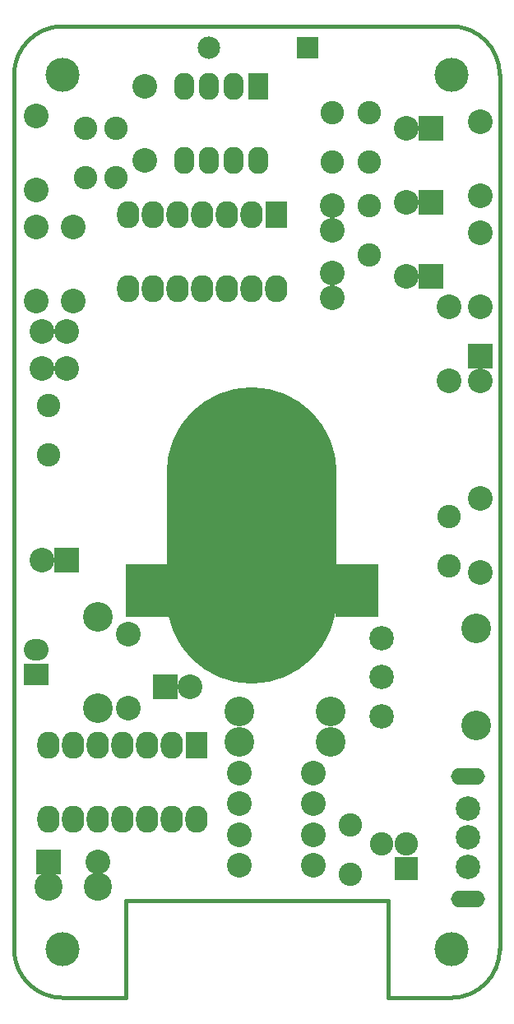
<source format=gbs>
G04 #@! TF.FileFunction,Soldermask,Bot*
%FSLAX46Y46*%
G04 Gerber Fmt 4.6, Leading zero omitted, Abs format (unit mm)*
G04 Created by KiCad (PCBNEW 4.0.2-stable) date 02/09/2016 12:40:18*
%MOMM*%
G01*
G04 APERTURE LIST*
%ADD10C,0.150000*%
%ADD11C,0.381000*%
%ADD12R,4.508000X5.508000*%
%ADD13O,17.508000X30.508000*%
%ADD14R,2.286000X2.794000*%
%ADD15O,2.286000X2.794000*%
%ADD16C,2.540000*%
%ADD17R,2.540000X2.540000*%
%ADD18C,2.908000*%
%ADD19C,2.508000*%
%ADD20O,3.508000X1.708000*%
%ADD21C,3.508000*%
%ADD22C,2.413000*%
%ADD23C,3.048000*%
%ADD24R,2.413000X2.413000*%
%ADD25R,2.082800X2.794000*%
%ADD26O,2.082800X2.794000*%
%ADD27R,2.308860X2.308860*%
%ADD28C,2.308860*%
%ADD29R,2.540000X2.235200*%
%ADD30O,2.540000X2.235200*%
G04 APERTURE END LIST*
D10*
D11*
X38750000Y250000D02*
X45250000Y250000D01*
X38750000Y10250000D02*
X38750000Y250000D01*
X11750000Y10250000D02*
X38750000Y10250000D01*
X11750000Y250000D02*
X11750000Y10250000D01*
X5250000Y250000D02*
X11750000Y250000D01*
X250000Y5250000D02*
G75*
G03X5250000Y250000I5000000J0D01*
G01*
X45250000Y250000D02*
G75*
G03X50250000Y5250000I0J5000000D01*
G01*
X50250000Y95250000D02*
G75*
G03X45250000Y100250000I-5000000J0D01*
G01*
X5250000Y100250000D02*
G75*
G03X250000Y95250000I0J-5000000D01*
G01*
X45250000Y100250000D02*
X5250000Y100250000D01*
X50250000Y5250000D02*
X50250000Y95250000D01*
X250000Y95250000D02*
X250000Y5250000D01*
D12*
X13920000Y42145000D03*
X35510000Y42145000D03*
D13*
X24715000Y47860000D03*
D14*
X19000000Y26270000D03*
D15*
X16460000Y26270000D03*
X13920000Y26270000D03*
X11380000Y26270000D03*
X8840000Y26270000D03*
X6300000Y26270000D03*
X3760000Y26270000D03*
X3760000Y18650000D03*
X6300000Y18650000D03*
X8840000Y18650000D03*
X11380000Y18650000D03*
X13920000Y18650000D03*
X16460000Y18650000D03*
X19000000Y18650000D03*
D16*
X18360000Y32300000D03*
D17*
X15820000Y32300000D03*
X3760000Y14205000D03*
D16*
X8840000Y14205000D03*
D18*
X3760000Y11665000D03*
X8840000Y11665000D03*
D19*
X46965400Y16737380D03*
X46940000Y19745000D03*
X46940000Y13745000D03*
D20*
X46940000Y23045000D03*
X46940000Y10445000D03*
D21*
X45250000Y95250000D03*
X5250000Y95250000D03*
X5250000Y5250000D03*
X45250000Y5250000D03*
D17*
X43130000Y82150000D03*
D16*
X40590000Y82150000D03*
D17*
X43130000Y74530000D03*
D16*
X40590000Y74530000D03*
D22*
X36775000Y91355000D03*
X36775000Y86275000D03*
X32965000Y86275000D03*
X32965000Y91355000D03*
D17*
X43130000Y89770000D03*
D16*
X40590000Y89770000D03*
D22*
X10745000Y84690000D03*
X10745000Y89770000D03*
X7570000Y89770000D03*
X7570000Y84690000D03*
X36775000Y76750000D03*
X36775000Y81830000D03*
D16*
X32965000Y81830000D03*
X32965000Y79290000D03*
D22*
X3760000Y56115000D03*
X3760000Y61195000D03*
X34875000Y12935000D03*
X34875000Y18015000D03*
D16*
X5665000Y65005000D03*
X3125000Y65005000D03*
X5665000Y68815000D03*
X3125000Y68815000D03*
D22*
X45035000Y49765000D03*
X45035000Y44685000D03*
D17*
X5665000Y45320000D03*
D16*
X3125000Y45320000D03*
X32965000Y74845000D03*
X32965000Y72305000D03*
D23*
X8840000Y30080000D03*
X8840000Y39478000D03*
X23440000Y29760000D03*
X32838000Y29760000D03*
X23440000Y26585000D03*
X32838000Y26585000D03*
D24*
X40590000Y13570000D03*
D22*
X40590000Y16110000D03*
X38050000Y16110000D03*
D16*
X48210000Y71355000D03*
X48210000Y78975000D03*
X48210000Y82785000D03*
X48210000Y90405000D03*
X13666000Y94088000D03*
X13666000Y86468000D03*
X2490000Y83420000D03*
X2490000Y91040000D03*
X6300000Y71990000D03*
X6300000Y79610000D03*
X12015000Y30080000D03*
X12015000Y37700000D03*
X31060000Y13885000D03*
X23440000Y13885000D03*
X2490000Y71990000D03*
X2490000Y79610000D03*
X31060000Y17060000D03*
X23440000Y17060000D03*
X48210000Y44050000D03*
X48210000Y51670000D03*
X45035000Y71355000D03*
X45035000Y63735000D03*
X23440000Y23410000D03*
X31060000Y23410000D03*
X23440000Y20235000D03*
X31060000Y20235000D03*
D25*
X25350000Y94088000D03*
D26*
X22810000Y94088000D03*
X20270000Y94088000D03*
X17730000Y94088000D03*
X17730000Y86468000D03*
X20270000Y86468000D03*
X22810000Y86468000D03*
X25350000Y86468000D03*
D17*
X48210000Y66275000D03*
D16*
X48210000Y63735000D03*
D23*
X47800000Y28255000D03*
D19*
X38050000Y37255000D03*
D23*
X47800000Y38255000D03*
D19*
X38050000Y29255000D03*
X38050000Y33255000D03*
D27*
X30430000Y98025000D03*
D28*
X20270000Y98025000D03*
D29*
X2485000Y33570000D03*
D30*
X2485000Y36110000D03*
D14*
X27255000Y80880000D03*
D15*
X24715000Y80880000D03*
X22175000Y80880000D03*
X19635000Y80880000D03*
X17095000Y80880000D03*
X14555000Y80880000D03*
X12015000Y80880000D03*
X12015000Y73260000D03*
X14555000Y73260000D03*
X17095000Y73260000D03*
X19635000Y73260000D03*
X22175000Y73260000D03*
X24715000Y73260000D03*
X27255000Y73260000D03*
M02*

</source>
